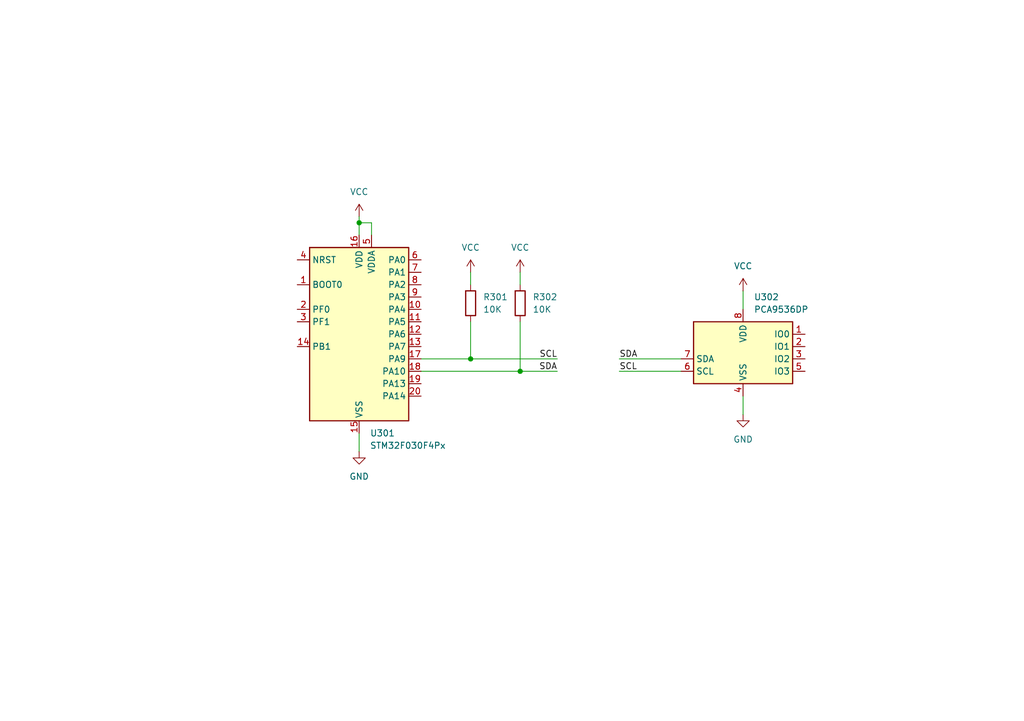
<source format=kicad_sch>
(kicad_sch (version 20231120) (generator "eeschema") (generator_version "8.0")
  (paper "A5")
  (lib_symbols
    (symbol "Device:R" (pin_numbers hide) (pin_names (offset 0))
      (property "Reference" "R" (at 2.032 0 90))
      (property "Value" "R" (at 0 0 90))
      (symbol "R_0_1"
        (rectangle (start -1.016 -2.54) (end 1.016 2.54) (stroke (width 0.254)))
      )
      (symbol "R_1_1"
        (pin passive line (at 0 3.81 270) (length 1.27) (name "~") (number "1"))
        (pin passive line (at 0 -3.81 90) (length 1.27) (name "~") (number "2"))
      )
    )
    (symbol "Interface_Expansion:PCA9536DP"
      (property "Reference" "U" (at -8.89 6.35 0))
      (property "Value" "PCA9536DP" (at 6.35 6.35 0))
      (symbol "PCA9536DP_0_1"
        (rectangle (start -10.16 5.08) (end 10.16 -7.62) (stroke (width 0.254)) (fill (type background)))
      )
      (symbol "PCA9536DP_1_1"
        (pin bidirectional line (at 12.7 2.54 180) (length 2.54) (name "IO0") (number "1"))
        (pin bidirectional line (at 12.7 0 180) (length 2.54) (name "IO1") (number "2"))
        (pin bidirectional line (at 12.7 -2.54 180) (length 2.54) (name "IO2") (number "3"))
        (pin power_in line (at 0 -10.16 90) (length 2.54) (name "VSS") (number "4"))
        (pin bidirectional line (at 12.7 -5.08 180) (length 2.54) (name "IO3") (number "5"))
        (pin input line (at -12.7 -5.08 0) (length 2.54) (name "SCL") (number "6"))
        (pin bidirectional line (at -12.7 -2.54 0) (length 2.54) (name "SDA") (number "7"))
        (pin power_in line (at 0 7.62 270) (length 2.54) (name "VDD") (number "8"))
      )
    )
    (symbol "MCU_ST_STM32F0:STM32F030F4Px"
      (property "Reference" "U" (at -10.16 19.05 0))
      (property "Value" "STM32F030F4Px" (at 5.08 19.05 0))
      (symbol "STM32F030F4Px_0_1"
        (rectangle (start -10.16 -17.78) (end 10.16 17.78) (stroke (width 0.254)) (fill (type background)))
      )
      (symbol "STM32F030F4Px_1_1"
        (pin input line (at -12.7 10.16 0) (length 2.54) (name "BOOT0") (number "1"))
        (pin bidirectional line (at 12.7 5.08 180) (length 2.54) (name "PA4") (number "10"))
        (pin bidirectional line (at 12.7 2.54 180) (length 2.54) (name "PA5") (number "11"))
        (pin bidirectional line (at 12.7 0 180) (length 2.54) (name "PA6") (number "12"))
        (pin bidirectional line (at 12.7 -2.54 180) (length 2.54) (name "PA7") (number "13"))
        (pin bidirectional line (at -12.7 -2.54 0) (length 2.54) (name "PB1") (number "14"))
        (pin power_in line (at 0 -20.32 90) (length 2.54) (name "VSS") (number "15"))
        (pin power_in line (at 0 20.32 270) (length 2.54) (name "VDD") (number "16"))
        (pin bidirectional line (at 12.7 -5.08 180) (length 2.54) (name "PA9") (number "17"))
        (pin bidirectional line (at 12.7 -7.62 180) (length 2.54) (name "PA10") (number "18"))
        (pin bidirectional line (at 12.7 -10.16 180) (length 2.54) (name "PA13") (number "19"))
        (pin bidirectional line (at -12.7 5.08 0) (length 2.54) (name "PF0") (number "2"))
        (pin bidirectional line (at 12.7 -12.7 180) (length 2.54) (name "PA14") (number "20"))
        (pin bidirectional line (at -12.7 2.54 0) (length 2.54) (name "PF1") (number "3"))
        (pin input line (at -12.7 15.24 0) (length 2.54) (name "NRST") (number "4"))
        (pin power_in line (at 2.54 20.32 270) (length 2.54) (name "VDDA") (number "5"))
        (pin bidirectional line (at 12.7 15.24 180) (length 2.54) (name "PA0") (number "6"))
        (pin bidirectional line (at 12.7 12.7 180) (length 2.54) (name "PA1") (number "7"))
        (pin bidirectional line (at 12.7 10.16 180) (length 2.54) (name "PA2") (number "8"))
        (pin bidirectional line (at 12.7 7.62 180) (length 2.54) (name "PA3") (number "9"))
      )
    )
    (symbol "power:GND" (power) (pin_numbers hide) (pin_names (offset 0) hide)
      (property "Value" "GND" (at 0 -3.81 0))
      (symbol "GND_0_1"
        (polyline (pts (xy 0 0) (xy 0 -1.27) (xy 1.27 -1.27) (xy 0 -2.54) (xy -1.27 -1.27) (xy 0 -1.27)))
      )
      (symbol "GND_1_1"
        (pin power_in line (at 0 0 270) (length 0) (name "~") (number "1"))
      )
    )
    (symbol "power:VCC" (power) (pin_numbers hide) (pin_names (offset 0) hide)
      (property "Value" "VCC" (at 0 3.556 0))
      (symbol "VCC_0_1"
        (polyline (pts (xy -0.762 1.27) (xy 0 2.54)))
        (polyline (pts (xy 0 0) (xy 0 2.54)))
        (polyline (pts (xy 0 2.54) (xy 0.762 1.27)))
      )
      (symbol "VCC_1_1"
        (pin power_in line (at 0 0 90) (length 0) (name "~") (number "1"))
      )
    )
  )
  (junction (at 96.52 73.66))
  (junction (at 73.66 45.72))
  (junction (at 106.68 76.2))
  (wire (pts (xy 139.7 76.2) (xy 127 76.2)))
  (wire (pts (xy 96.52 55.88) (xy 96.52 58.42)))
  (wire (pts (xy 73.66 44.45) (xy 73.66 45.72)))
  (wire (pts (xy 86.36 76.2) (xy 106.68 76.2)))
  (wire (pts (xy 73.66 45.72) (xy 73.66 48.26)))
  (wire (pts (xy 106.68 66.04) (xy 106.68 76.2)))
  (wire (pts (xy 73.66 88.9) (xy 73.66 92.71)))
  (wire (pts (xy 152.4 81.28) (xy 152.4 85.09)))
  (wire (pts (xy 106.68 76.2) (xy 114.3 76.2)))
  (wire (pts (xy 76.2 45.72) (xy 73.66 45.72)))
  (wire (pts (xy 152.4 59.69) (xy 152.4 63.5)))
  (wire (pts (xy 96.52 73.66) (xy 114.3 73.66)))
  (wire (pts (xy 76.2 48.26) (xy 76.2 45.72)))
  (wire (pts (xy 106.68 55.88) (xy 106.68 58.42)))
  (wire (pts (xy 139.7 73.66) (xy 127 73.66)))
  (wire (pts (xy 96.52 66.04) (xy 96.52 73.66)))
  (wire (pts (xy 86.36 73.66) (xy 96.52 73.66)))
  (label "SCL" (at 114.3 73.66 180))
  (label "SCL" (at 127 76.2 0))
  (label "SDA" (at 127 73.66 0))
  (label "SDA" (at 114.3 76.2 180))
  (symbol (lib_id "power:VCC") (at 152.4 59.69 0) (unit 1)
    (property "Reference" "#PWR0305" (effects (hide yes)))
    (property "Value" "VCC" (at 152.4 54.61 0))
    (property "Description" "Power symbol creates a global label with name \"VCC\"" (effects (hide yes)))
  )
  (symbol (lib_id "MCU_ST_STM32F0:STM32F030F4Px") (at 73.66 68.58 0) (unit 1)
    (property "Reference" "U301" (at 75.8541 88.9 0) (effects (justify left)))
    (property "Value" "STM32F030F4Px" (at 75.8541 91.44 0) (effects (justify left)))
    (property "Footprint" "Package_SO:TSSOP-20_4.4x6.5mm_P0.65mm" (effects (hide yes)))
    (property "Datasheet" "https://www.st.com/resource/en/datasheet/stm32f030f4.pdf" (effects (hide yes)))
    (property "Description" "STMicroelectronics Arm Cortex-M0 MCU, 16KB flash, 4KB RAM, 48 MHz, 2.4-3.6V, 15 GPIO, TSSOP20" (effects (hide yes)))
  )
  (symbol (lib_id "power:VCC") (at 73.66 44.45 0) (unit 1)
    (property "Reference" "#PWR0301" (effects (hide yes)))
    (property "Value" "VCC" (at 73.66 39.37 0))
    (property "Description" "Power symbol creates a global label with name \"VCC\"" (effects (hide yes)))
  )
  (symbol (lib_id "Device:R") (at 96.52 62.23 0) (unit 1)
    (property "Reference" "R301" (at 99.06 60.9599 0) (effects (justify left)))
    (property "Value" "10K" (at 99.06 63.4999 0) (effects (justify left)))
    (property "Description" "Resistor" (effects (hide yes)))
  )
  (symbol (lib_id "Interface_Expansion:PCA9536DP") (at 152.4 71.12 0) (unit 1)
    (property "Reference" "U302" (at 154.5941 60.96 0) (effects (justify left)))
    (property "Value" "PCA9536DP" (at 154.5941 63.5 0) (effects (justify left)))
    (property "Footprint" "Package_SO:TSSOP-8_3x3mm_P0.65mm" (effects (hide yes)))
    (property "Datasheet" "http://www.nxp.com/docs/en/data-sheet/PCA9536.pdf" (effects (hide yes)))
    (property "Description" "4-bit I2C-bus and SMBus IO port, TSSOP-8" (effects (hide yes)))
  )
  (symbol (lib_id "power:VCC") (at 106.68 55.88 0) (unit 1)
    (property "Reference" "#PWR0304" (effects (hide yes)))
    (property "Value" "VCC" (at 106.68 50.8 0))
    (property "Description" "Power symbol creates a global label with name \"VCC\"" (effects (hide yes)))
  )
  (symbol (lib_id "power:GND") (at 73.66 92.71 0) (unit 1)
    (property "Reference" "#PWR0302" (effects (hide yes)))
    (property "Value" "GND" (at 73.66 97.79 0))
    (property "Description" "Power symbol creates a global label with name \"GND\" , ground" (effects (hide yes)))
  )
  (symbol (lib_id "power:VCC") (at 96.52 55.88 0) (unit 1)
    (property "Reference" "#PWR0303" (effects (hide yes)))
    (property "Value" "VCC" (at 96.52 50.8 0))
    (property "Description" "Power symbol creates a global label with name \"VCC\"" (effects (hide yes)))
  )
  (symbol (lib_id "Device:R") (at 106.68 62.23 0) (unit 1)
    (property "Reference" "R302" (at 109.22 60.9599 0) (effects (justify left)))
    (property "Value" "10K" (at 109.22 63.4999 0) (effects (justify left)))
    (property "Description" "Resistor" (effects (hide yes)))
  )
  (symbol (lib_id "power:GND") (at 152.4 85.09 0) (unit 1)
    (property "Reference" "#PWR0306" (effects (hide yes)))
    (property "Value" "GND" (at 152.4 90.17 0))
    (property "Description" "Power symbol creates a global label with name \"GND\" , ground" (effects (hide yes)))
  )
)
</source>
